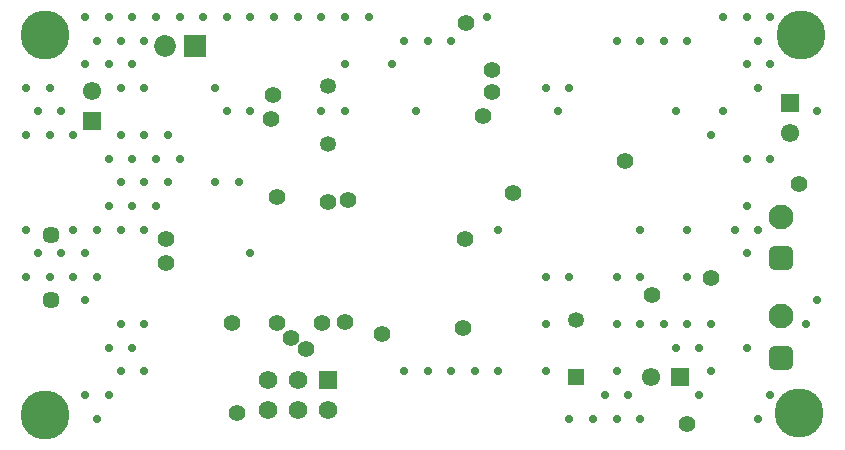
<source format=gbs>
G04*
G04 #@! TF.GenerationSoftware,Altium Limited,Altium Designer,23.10.1 (27)*
G04*
G04 Layer_Color=16711935*
%FSLAX44Y44*%
%MOMM*%
G71*
G04*
G04 #@! TF.SameCoordinates,6DCF6F86-7F1A-4F0B-A0EF-7BE1420FD810*
G04*
G04*
G04 #@! TF.FilePolarity,Negative*
G04*
G01*
G75*
%ADD33R,1.8500X1.8500*%
%ADD34C,1.8500*%
%ADD35C,1.3500*%
%ADD36C,1.5700*%
%ADD37R,1.5700X1.5700*%
%ADD38C,1.4500*%
%ADD39C,2.1000*%
G04:AMPARAMS|DCode=40|XSize=2.1mm|YSize=2.1mm|CornerRadius=0.5625mm|HoleSize=0mm|Usage=FLASHONLY|Rotation=90.000|XOffset=0mm|YOffset=0mm|HoleType=Round|Shape=RoundedRectangle|*
%AMROUNDEDRECTD40*
21,1,2.1000,0.9750,0,0,90.0*
21,1,0.9750,2.1000,0,0,90.0*
1,1,1.1250,0.4875,0.4875*
1,1,1.1250,0.4875,-0.4875*
1,1,1.1250,-0.4875,-0.4875*
1,1,1.1250,-0.4875,0.4875*
%
%ADD40ROUNDEDRECTD40*%
%ADD41R,1.5500X1.5500*%
%ADD42C,1.5500*%
%ADD43R,1.5500X1.5500*%
%ADD44R,1.3500X1.3500*%
%ADD45C,4.1500*%
%ADD46C,0.7000*%
%ADD47C,1.4200*%
D33*
X412750Y595630D02*
D03*
D34*
X387350D02*
D03*
D35*
X525780Y561610D02*
D03*
Y512810D02*
D03*
X735330Y363760D02*
D03*
D36*
X474980Y287020D02*
D03*
X500380D02*
D03*
X525780D02*
D03*
X474980Y312420D02*
D03*
X500380D02*
D03*
D37*
X525780D02*
D03*
D38*
X290830Y435610D02*
D03*
Y380610D02*
D03*
D39*
X909320Y450850D02*
D03*
Y366470D02*
D03*
D40*
Y415850D02*
D03*
Y331470D02*
D03*
D41*
X917110Y547170D02*
D03*
X326220Y532330D02*
D03*
D42*
X917110Y522170D02*
D03*
X798830Y314960D02*
D03*
X326220Y557330D02*
D03*
D43*
X823830Y314960D02*
D03*
D44*
X735330D02*
D03*
D45*
X285750Y283210D02*
D03*
Y604520D02*
D03*
X924560Y284480D02*
D03*
X925830Y604520D02*
D03*
D46*
X940001Y540000D02*
D03*
Y380000D02*
D03*
X930001Y360000D02*
D03*
X900001Y620000D02*
D03*
Y580000D02*
D03*
Y500000D02*
D03*
Y300000D02*
D03*
X880001Y620000D02*
D03*
X890001Y600000D02*
D03*
X880001Y580000D02*
D03*
X890001Y560000D02*
D03*
X880001Y500000D02*
D03*
Y460000D02*
D03*
X890001Y440000D02*
D03*
X880001Y420000D02*
D03*
Y340000D02*
D03*
X890001Y280000D02*
D03*
X860001Y620000D02*
D03*
Y540000D02*
D03*
X870001Y440000D02*
D03*
X850001Y520000D02*
D03*
Y360000D02*
D03*
X840001Y340000D02*
D03*
X850001Y320000D02*
D03*
X840001Y300000D02*
D03*
X830000Y600000D02*
D03*
X820000Y540000D02*
D03*
X830000Y440000D02*
D03*
Y400000D02*
D03*
Y360000D02*
D03*
X820000Y340000D02*
D03*
X810000Y600000D02*
D03*
Y360000D02*
D03*
X790000Y600000D02*
D03*
Y440000D02*
D03*
Y400000D02*
D03*
Y360000D02*
D03*
X780000Y300000D02*
D03*
X790000Y280000D02*
D03*
X770000Y600000D02*
D03*
Y400000D02*
D03*
Y360000D02*
D03*
Y320000D02*
D03*
X760000Y300000D02*
D03*
X770000Y280000D02*
D03*
X750000D02*
D03*
X730000Y560000D02*
D03*
X720000Y540000D02*
D03*
X730000Y400000D02*
D03*
Y280000D02*
D03*
X710000Y560000D02*
D03*
Y400000D02*
D03*
Y360000D02*
D03*
Y320000D02*
D03*
X660000Y620000D02*
D03*
X670000Y440000D02*
D03*
Y320000D02*
D03*
X650000D02*
D03*
X630000Y600000D02*
D03*
Y320000D02*
D03*
X610000Y600000D02*
D03*
X600000Y540000D02*
D03*
X610000Y320000D02*
D03*
X590000Y600000D02*
D03*
X580000Y580000D02*
D03*
X590000Y320000D02*
D03*
X560000Y620000D02*
D03*
X540000D02*
D03*
Y580000D02*
D03*
Y540000D02*
D03*
X520000Y620000D02*
D03*
Y540000D02*
D03*
X500000Y620000D02*
D03*
X480000D02*
D03*
X460000D02*
D03*
Y540000D02*
D03*
Y420000D02*
D03*
X440000Y620000D02*
D03*
Y540000D02*
D03*
X450000Y480000D02*
D03*
X420000Y620000D02*
D03*
X430000Y560000D02*
D03*
Y480000D02*
D03*
X400000Y620000D02*
D03*
Y500000D02*
D03*
X380000Y620000D02*
D03*
X390000Y520000D02*
D03*
X380000Y500000D02*
D03*
X390000Y480000D02*
D03*
X380000Y460000D02*
D03*
X360000Y620000D02*
D03*
X370000Y600000D02*
D03*
X360000Y580000D02*
D03*
X370000Y560000D02*
D03*
Y520000D02*
D03*
X360000Y500000D02*
D03*
X370000Y480000D02*
D03*
X360000Y460000D02*
D03*
X370000Y440000D02*
D03*
Y360000D02*
D03*
X360000Y340000D02*
D03*
X370000Y320000D02*
D03*
X340000Y620000D02*
D03*
X350000Y600000D02*
D03*
X340000Y580000D02*
D03*
X350000Y560000D02*
D03*
Y520000D02*
D03*
X340000Y500000D02*
D03*
X350000Y480000D02*
D03*
X340000Y460000D02*
D03*
X350000Y440000D02*
D03*
Y360000D02*
D03*
X340000Y340000D02*
D03*
X350000Y320000D02*
D03*
X340000Y300000D02*
D03*
X320000Y620000D02*
D03*
X330000Y600000D02*
D03*
X320000Y580000D02*
D03*
X330000Y440000D02*
D03*
X320000Y420000D02*
D03*
X330000Y400000D02*
D03*
X320000Y380000D02*
D03*
Y300000D02*
D03*
X330000Y280000D02*
D03*
X300000Y540000D02*
D03*
X310000Y520000D02*
D03*
Y440000D02*
D03*
X300000Y420000D02*
D03*
X310000Y400000D02*
D03*
X290000Y560000D02*
D03*
X280000Y540000D02*
D03*
X290000Y520000D02*
D03*
X280000Y420000D02*
D03*
X290000Y400000D02*
D03*
X270000Y560000D02*
D03*
Y520000D02*
D03*
Y440000D02*
D03*
Y400000D02*
D03*
D47*
X525780Y463550D02*
D03*
X571500Y351790D02*
D03*
X539750Y361950D02*
D03*
X478790Y553720D02*
D03*
X477520Y533400D02*
D03*
X520700Y360680D02*
D03*
X494030Y347980D02*
D03*
X506730Y339090D02*
D03*
X542290Y464820D02*
D03*
X482600Y360680D02*
D03*
X444500D02*
D03*
X482600Y467360D02*
D03*
X448310Y284480D02*
D03*
X924560Y478790D02*
D03*
X829310Y275590D02*
D03*
X777240Y497840D02*
D03*
X642620Y614680D02*
D03*
X640080Y356870D02*
D03*
X681990Y471170D02*
D03*
X641350Y431800D02*
D03*
X849630Y398780D02*
D03*
X664210Y556260D02*
D03*
X800100Y384810D02*
D03*
X656590Y535940D02*
D03*
X664210Y575310D02*
D03*
X388620Y431800D02*
D03*
Y411480D02*
D03*
M02*

</source>
